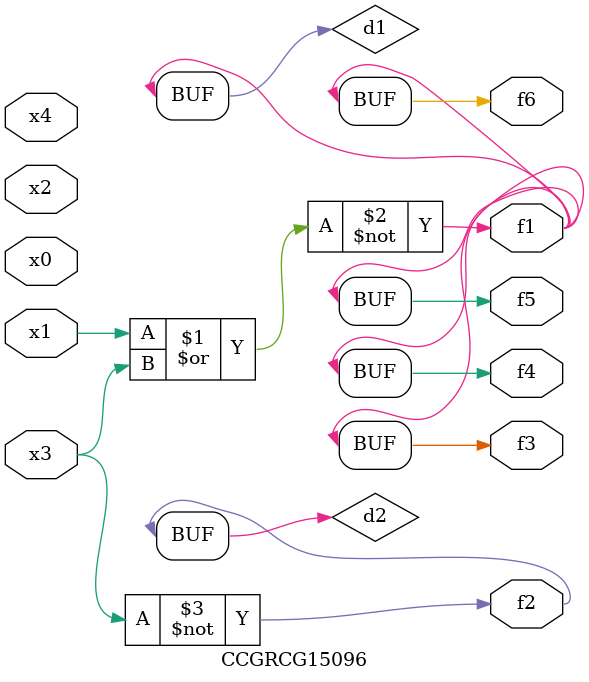
<source format=v>
module CCGRCG15096(
	input x0, x1, x2, x3, x4,
	output f1, f2, f3, f4, f5, f6
);

	wire d1, d2;

	nor (d1, x1, x3);
	not (d2, x3);
	assign f1 = d1;
	assign f2 = d2;
	assign f3 = d1;
	assign f4 = d1;
	assign f5 = d1;
	assign f6 = d1;
endmodule

</source>
